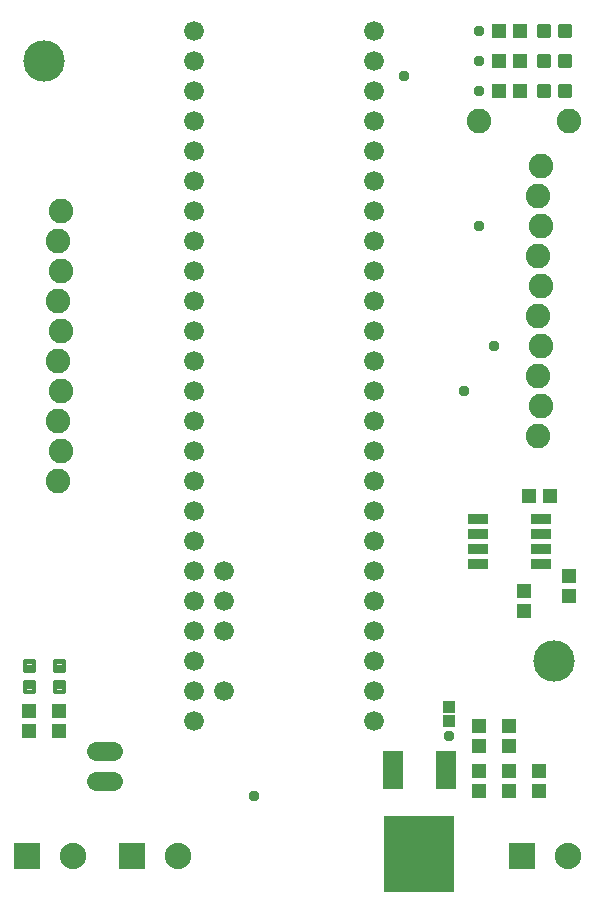
<source format=gts>
G75*
%MOIN*%
%OFA0B0*%
%FSLAX25Y25*%
%IPPOS*%
%LPD*%
%AMOC8*
5,1,8,0,0,1.08239X$1,22.5*
%
%ADD10R,0.04343X0.04146*%
%ADD11R,0.04737X0.05131*%
%ADD12R,0.06706X0.03359*%
%ADD13R,0.08800X0.08800*%
%ADD14C,0.08800*%
%ADD15C,0.08200*%
%ADD16C,0.06600*%
%ADD17R,0.07099X0.12611*%
%ADD18R,0.23635X0.25209*%
%ADD19C,0.06400*%
%ADD20C,0.01421*%
%ADD21R,0.05131X0.04737*%
%ADD22C,0.13800*%
%ADD23C,0.03778*%
D10*
X0201300Y0221517D03*
X0201300Y0226083D03*
D11*
X0211300Y0219646D03*
X0211300Y0212954D03*
X0211300Y0204646D03*
X0211300Y0197954D03*
X0221300Y0197954D03*
X0221300Y0204646D03*
X0221300Y0212954D03*
X0221300Y0219646D03*
X0231300Y0204646D03*
X0231300Y0197954D03*
X0226300Y0257954D03*
X0226300Y0264646D03*
X0241300Y0262954D03*
X0241300Y0269646D03*
X0071300Y0224646D03*
X0071300Y0217954D03*
X0061300Y0217954D03*
X0061300Y0224646D03*
D12*
X0210670Y0273800D03*
X0210670Y0278800D03*
X0210670Y0283800D03*
X0210670Y0288800D03*
X0231930Y0288800D03*
X0231930Y0283800D03*
X0231930Y0278800D03*
X0231930Y0273800D03*
D13*
X0060600Y0176300D03*
X0095600Y0176300D03*
X0225600Y0176300D03*
D14*
X0240780Y0176300D03*
X0110780Y0176300D03*
X0075780Y0176300D03*
D15*
X0070800Y0301300D03*
X0071800Y0311300D03*
X0070800Y0321300D03*
X0071800Y0331300D03*
X0070800Y0341300D03*
X0071800Y0351300D03*
X0070800Y0361300D03*
X0071800Y0371300D03*
X0070800Y0381300D03*
X0071800Y0391300D03*
X0211300Y0421300D03*
X0231800Y0406300D03*
X0230800Y0396300D03*
X0231800Y0386300D03*
X0230800Y0376300D03*
X0231800Y0366300D03*
X0230800Y0356300D03*
X0231800Y0346300D03*
X0230800Y0336300D03*
X0231800Y0326300D03*
X0230800Y0316300D03*
X0241300Y0421300D03*
D16*
X0176300Y0421300D03*
X0176300Y0411300D03*
X0176300Y0401300D03*
X0176300Y0391300D03*
X0176300Y0381300D03*
X0176300Y0371300D03*
X0176300Y0361300D03*
X0176300Y0351300D03*
X0176300Y0341300D03*
X0176300Y0331300D03*
X0176300Y0321300D03*
X0176300Y0311300D03*
X0176300Y0301300D03*
X0176300Y0291300D03*
X0176300Y0281300D03*
X0176300Y0271300D03*
X0176300Y0261300D03*
X0176300Y0251300D03*
X0176300Y0241300D03*
X0176300Y0231300D03*
X0176300Y0221300D03*
X0126300Y0231300D03*
X0116300Y0231300D03*
X0116300Y0221300D03*
X0116300Y0241300D03*
X0116300Y0251300D03*
X0116300Y0261300D03*
X0116300Y0271300D03*
X0116300Y0281300D03*
X0116300Y0291300D03*
X0116300Y0301300D03*
X0116300Y0311300D03*
X0116300Y0321300D03*
X0116300Y0331300D03*
X0116300Y0341300D03*
X0116300Y0351300D03*
X0116300Y0361300D03*
X0116300Y0371300D03*
X0116300Y0381300D03*
X0116300Y0391300D03*
X0116300Y0401300D03*
X0116300Y0411300D03*
X0116300Y0421300D03*
X0116300Y0431300D03*
X0116300Y0441300D03*
X0116300Y0451300D03*
X0176300Y0451300D03*
X0176300Y0441300D03*
X0176300Y0431300D03*
X0126300Y0271300D03*
X0126300Y0261300D03*
X0126300Y0251300D03*
D17*
X0182324Y0205198D03*
X0200276Y0205198D03*
D18*
X0191300Y0176930D03*
D19*
X0089100Y0201300D02*
X0083500Y0201300D01*
X0083500Y0211300D02*
X0089100Y0211300D01*
D20*
X0072958Y0231189D02*
X0069642Y0231189D01*
X0069642Y0234505D01*
X0072958Y0234505D01*
X0072958Y0231189D01*
X0072958Y0232609D02*
X0069642Y0232609D01*
X0069642Y0234029D02*
X0072958Y0234029D01*
X0072958Y0238095D02*
X0069642Y0238095D01*
X0069642Y0241411D01*
X0072958Y0241411D01*
X0072958Y0238095D01*
X0072958Y0239515D02*
X0069642Y0239515D01*
X0069642Y0240935D02*
X0072958Y0240935D01*
X0062958Y0238095D02*
X0059642Y0238095D01*
X0059642Y0241411D01*
X0062958Y0241411D01*
X0062958Y0238095D01*
X0062958Y0239515D02*
X0059642Y0239515D01*
X0059642Y0240935D02*
X0062958Y0240935D01*
X0062958Y0231189D02*
X0059642Y0231189D01*
X0059642Y0234505D01*
X0062958Y0234505D01*
X0062958Y0231189D01*
X0062958Y0232609D02*
X0059642Y0232609D01*
X0059642Y0234029D02*
X0062958Y0234029D01*
X0231189Y0429642D02*
X0231189Y0432958D01*
X0234505Y0432958D01*
X0234505Y0429642D01*
X0231189Y0429642D01*
X0231189Y0431062D02*
X0234505Y0431062D01*
X0234505Y0432482D02*
X0231189Y0432482D01*
X0238095Y0432958D02*
X0238095Y0429642D01*
X0238095Y0432958D02*
X0241411Y0432958D01*
X0241411Y0429642D01*
X0238095Y0429642D01*
X0238095Y0431062D02*
X0241411Y0431062D01*
X0241411Y0432482D02*
X0238095Y0432482D01*
X0238095Y0439642D02*
X0238095Y0442958D01*
X0241411Y0442958D01*
X0241411Y0439642D01*
X0238095Y0439642D01*
X0238095Y0441062D02*
X0241411Y0441062D01*
X0241411Y0442482D02*
X0238095Y0442482D01*
X0231189Y0442958D02*
X0231189Y0439642D01*
X0231189Y0442958D02*
X0234505Y0442958D01*
X0234505Y0439642D01*
X0231189Y0439642D01*
X0231189Y0441062D02*
X0234505Y0441062D01*
X0234505Y0442482D02*
X0231189Y0442482D01*
X0231189Y0449642D02*
X0231189Y0452958D01*
X0234505Y0452958D01*
X0234505Y0449642D01*
X0231189Y0449642D01*
X0231189Y0451062D02*
X0234505Y0451062D01*
X0234505Y0452482D02*
X0231189Y0452482D01*
X0238095Y0452958D02*
X0238095Y0449642D01*
X0238095Y0452958D02*
X0241411Y0452958D01*
X0241411Y0449642D01*
X0238095Y0449642D01*
X0238095Y0451062D02*
X0241411Y0451062D01*
X0241411Y0452482D02*
X0238095Y0452482D01*
D21*
X0224646Y0451300D03*
X0217954Y0451300D03*
X0217954Y0441300D03*
X0224646Y0441300D03*
X0224646Y0431300D03*
X0217954Y0431300D03*
X0227954Y0296300D03*
X0234646Y0296300D03*
D22*
X0236300Y0241300D03*
X0066300Y0441300D03*
D23*
X0186300Y0436300D03*
X0211300Y0431300D03*
X0211300Y0441300D03*
X0211300Y0451300D03*
X0211300Y0386300D03*
X0216300Y0346300D03*
X0206300Y0331300D03*
X0201300Y0216300D03*
X0136300Y0196300D03*
M02*

</source>
